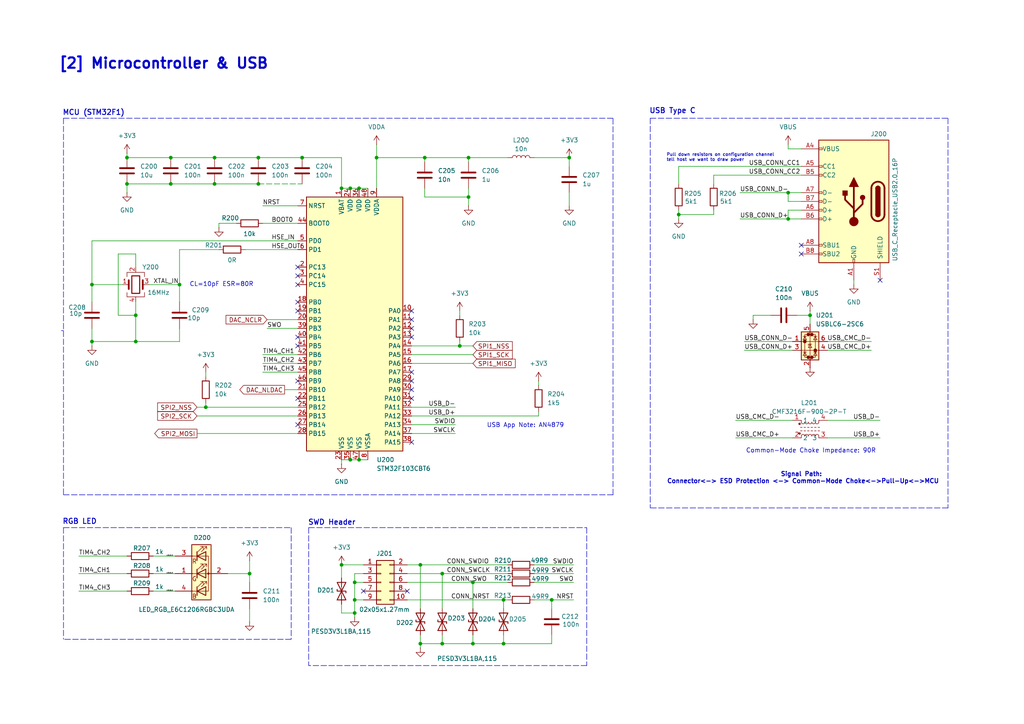
<source format=kicad_sch>
(kicad_sch (version 20231120) (generator "eeschema") (generator_version "8.0")
  (paper "A4")
  (title_block (title "Oscilloscope & Signal Generator") (rev "0.1") (company "Prohairesis"))
  (lib_symbols
    (symbol "Choke:CMF3216F-900-2P-T"
      (property "Reference" "L" (at 3.302 5.842 0))
      (property "Value" "CMF3216F-900-2P-T" (at 4.826 -5.334 0))
      (symbol "CMF3216F-900-2P-T_1_1"
        (pin passive line (at 0 2.54 0) (length 2.54) (name "1") (number "1"))
        (pin passive line (at 0 -2.54 0) (length 2.54) (name "2") (number "2"))
        (pin passive line (at 10.16 -2.54 180) (length 2.54) (name "3") (number "3"))
        (pin passive line (at 10.16 2.54 180) (length 2.54) (name "4") (number "4"))
      )
    )
    (symbol "Connector:USB_C_Receptacle_USB2.0_16P" (pin_names (offset 1.016))
      (property "Reference" "J" (at 0 22.225 0))
      (property "Value" "USB_C_Receptacle_USB2.0_16P" (at 0 19.685 0))
      (symbol "USB_C_Receptacle_USB2.0_16P_1_1"
        (pin passive line (at 0 -22.86 90) (length 5.08) (name "GND") (number "A1"))
        (pin passive line (at 0 -22.86 90) (length 5.08) hide (name "GND") (number "A12"))
        (pin passive line (at 15.24 15.24 180) (length 5.08) (name "VBUS") (number "A4"))
        (pin bidirectional line (at 15.24 10.16 180) (length 5.08) (name "CC1") (number "A5"))
        (pin bidirectional line (at 15.24 -2.54 180) (length 5.08) (name "D+") (number "A6"))
        (pin bidirectional line (at 15.24 2.54 180) (length 5.08) (name "D-") (number "A7"))
        (pin bidirectional line (at 15.24 -12.7 180) (length 5.08) (name "SBU1") (number "A8"))
        (pin passive line (at 15.24 15.24 180) (length 5.08) hide (name "VBUS") (number "A9"))
        (pin passive line (at 0 -22.86 90) (length 5.08) hide (name "GND") (number "B1"))
        (pin passive line (at 0 -22.86 90) (length 5.08) hide (name "GND") (number "B12"))
        (pin passive line (at 15.24 15.24 180) (length 5.08) hide (name "VBUS") (number "B4"))
        (pin bidirectional line (at 15.24 7.62 180) (length 5.08) (name "CC2") (number "B5"))
        (pin bidirectional line (at 15.24 -5.08 180) (length 5.08) (name "D+") (number "B6"))
        (pin bidirectional line (at 15.24 0 180) (length 5.08) (name "D-") (number "B7"))
        (pin bidirectional line (at 15.24 -15.24 180) (length 5.08) (name "SBU2") (number "B8"))
        (pin passive line (at 15.24 15.24 180) (length 5.08) hide (name "VBUS") (number "B9"))
        (pin passive line (at -7.62 -22.86 90) (length 5.08) (name "SHIELD") (number "S1"))
      )
    )
    (symbol "Connector_Generic:Conn_02x05_Odd_Even" (pin_names (offset 1.016) hide)
      (property "Reference" "J" (at 1.27 7.62 0))
      (property "Value" "Conn_02x05_Odd_Even" (at 1.27 -7.62 0))
      (symbol "Conn_02x05_Odd_Even_1_1"
        (pin passive line (at -5.08 5.08 0) (length 3.81) (name "Pin_1") (number "1"))
        (pin passive line (at 7.62 -5.08 180) (length 3.81) (name "Pin_10") (number "10"))
        (pin passive line (at 7.62 5.08 180) (length 3.81) (name "Pin_2") (number "2"))
        (pin passive line (at -5.08 2.54 0) (length 3.81) (name "Pin_3") (number "3"))
        (pin passive line (at 7.62 2.54 180) (length 3.81) (name "Pin_4") (number "4"))
        (pin passive line (at -5.08 0 0) (length 3.81) (name "Pin_5") (number "5"))
        (pin passive line (at 7.62 0 180) (length 3.81) (name "Pin_6") (number "6"))
        (pin passive line (at -5.08 -2.54 0) (length 3.81) (name "Pin_7") (number "7"))
        (pin passive line (at 7.62 -2.54 180) (length 3.81) (name "Pin_8") (number "8"))
        (pin passive line (at -5.08 -5.08 0) (length 3.81) (name "Pin_9") (number "9"))
      )
    )
    (symbol "Device:C" (pin_numbers hide) (pin_names (offset 0.254))
      (property "Reference" "C" (at 0.635 2.54 0))
      (property "Value" "C" (at 0.635 -2.54 0))
      (symbol "C_1_1"
        (pin passive line (at 0 3.81 270) (length 2.794) (name "~") (number "1"))
        (pin passive line (at 0 -3.81 90) (length 2.794) (name "~") (number "2"))
      )
    )
    (symbol "Device:Crystal_GND24" (pin_names (offset 1.016) hide)
      (property "Reference" "Y" (at 3.175 5.08 0))
      (property "Value" "Crystal_GND24" (at 3.175 3.175 0))
      (symbol "Crystal_GND24_1_1"
        (pin passive line (at -3.81 0 0) (length 1.27) (name "1") (number "1"))
        (pin passive line (at 0 5.08 270) (length 1.27) (name "2") (number "2"))
        (pin passive line (at 3.81 0 180) (length 1.27) (name "3") (number "3"))
        (pin passive line (at 0 -5.08 90) (length 1.27) (name "4") (number "4"))
      )
    )
    (symbol "Device:L" (pin_numbers hide) (pin_names (offset 1.016) hide)
      (property "Reference" "L" (at -1.27 0 90))
      (property "Value" "L" (at 1.905 0 90))
      (symbol "L_1_1"
        (pin passive line (at 0 3.81 270) (length 1.27) (name "1") (number "1"))
        (pin passive line (at 0 -3.81 90) (length 1.27) (name "2") (number "2"))
      )
    )
    (symbol "Device:R" (pin_numbers hide) (pin_names (offset 0))
      (property "Reference" "R" (at 2.032 0 90))
      (property "Value" "R" (at 0 0 90))
      (symbol "R_1_1"
        (pin passive line (at 0 3.81 270) (length 1.27) (name "~") (number "1"))
        (pin passive line (at 0 -3.81 90) (length 1.27) (name "~") (number "2"))
      )
    )
    (symbol "MCU_ST_STM32F1:STM32F103CBTx"
      (property "Reference" "U200" (at 7.62 -38.1 0))
      (property "Value" "STM32F103CBT6" (at 7.62 -40.64 0))
      (symbol "STM32F103CBTx_1_1"
        (pin power_in line (at -2.54 40.64 270) (length 2.54) (name "VBAT") (number "1"))
        (pin bidirectional line (at 17.78 5.08 180) (length 2.54) (name "PA0") (number "10"))
        (pin bidirectional line (at 17.78 2.54 180) (length 2.54) (name "PA1") (number "11"))
        (pin bidirectional line (at 17.78 0 180) (length 2.54) (name "PA2") (number "12"))
        (pin bidirectional line (at 17.78 -2.54 180) (length 2.54) (name "PA3") (number "13"))
        (pin bidirectional line (at 17.78 -5.08 180) (length 2.54) (name "PA4") (number "14"))
        (pin bidirectional line (at 17.78 -7.62 180) (length 2.54) (name "PA5") (number "15"))
        (pin bidirectional line (at 17.78 -10.16 180) (length 2.54) (name "PA6") (number "16"))
        (pin bidirectional line (at 17.78 -12.7 180) (length 2.54) (name "PA7") (number "17"))
        (pin bidirectional line (at -15.24 7.62 0) (length 2.54) (name "PB0") (number "18"))
        (pin bidirectional line (at -15.24 5.08 0) (length 2.54) (name "PB1") (number "19"))
        (pin bidirectional line (at -15.24 17.78 0) (length 2.54) (name "PC13") (number "2"))
        (pin bidirectional line (at -15.24 2.54 0) (length 2.54) (name "PB2") (number "20"))
        (pin bidirectional line (at -15.24 -17.78 0) (length 2.54) (name "PB10") (number "21"))
        (pin bidirectional line (at -15.24 -20.32 0) (length 2.54) (name "PB11") (number "22"))
        (pin power_in line (at -2.54 -38.1 90) (length 2.54) (name "VSS") (number "23"))
        (pin power_in line (at 0 40.64 270) (length 2.54) (name "VDD") (number "24"))
        (pin bidirectional line (at -15.24 -22.86 0) (length 2.54) (name "PB12") (number "25"))
        (pin bidirectional line (at -15.24 -25.4 0) (length 2.54) (name "PB13") (number "26"))
        (pin bidirectional line (at -15.24 -27.94 0) (length 2.54) (name "PB14") (number "27"))
        (pin bidirectional line (at -15.24 -30.48 0) (length 2.54) (name "PB15") (number "28"))
        (pin bidirectional line (at 17.78 -15.24 180) (length 2.54) (name "PA8") (number "29"))
        (pin bidirectional line (at -15.24 15.24 0) (length 2.54) (name "PC14") (number "3"))
        (pin bidirectional line (at 17.78 -17.78 180) (length 2.54) (name "PA9") (number "30"))
        (pin bidirectional line (at 17.78 -20.32 180) (length 2.54) (name "PA10") (number "31"))
        (pin bidirectional line (at 17.78 -22.86 180) (length 2.54) (name "PA11") (number "32"))
        (pin bidirectional line (at 17.78 -25.4 180) (length 2.54) (name "PA12") (number "33"))
        (pin bidirectional line (at 17.78 -27.94 180) (length 2.54) (name "PA13") (number "34"))
        (pin power_in line (at 0 -38.1 90) (length 2.54) (name "VSS") (number "35"))
        (pin power_in line (at 2.54 40.64 270) (length 2.54) (name "VDD") (number "36"))
        (pin bidirectional line (at 17.78 -30.48 180) (length 2.54) (name "PA14") (number "37"))
        (pin bidirectional line (at 17.78 -33.02 180) (length 2.54) (name "PA15") (number "38"))
        (pin bidirectional line (at -15.24 0 0) (length 2.54) (name "PB3") (number "39"))
        (pin bidirectional line (at -15.24 12.7 0) (length 2.54) (name "PC15") (number "4"))
        (pin bidirectional line (at -15.24 -2.54 0) (length 2.54) (name "PB4") (number "40"))
        (pin bidirectional line (at -15.24 -5.08 0) (length 2.54) (name "PB5") (number "41"))
        (pin bidirectional line (at -15.24 -7.62 0) (length 2.54) (name "PB6") (number "42"))
        (pin bidirectional line (at -15.24 -10.16 0) (length 2.54) (name "PB7") (number "43"))
        (pin input line (at -15.24 30.48 0) (length 2.54) (name "BOOT0") (number "44"))
        (pin bidirectional line (at -15.24 -12.7 0) (length 2.54) (name "PB8") (number "45"))
        (pin bidirectional line (at -15.24 -15.24 0) (length 2.54) (name "PB9") (number "46"))
        (pin power_in line (at 2.54 -38.1 90) (length 2.54) (name "VSS") (number "47"))
        (pin power_in line (at 5.08 40.64 270) (length 2.54) (name "VDD") (number "48"))
        (pin bidirectional line (at -15.24 25.4 0) (length 2.54) (name "PD0") (number "5"))
        (pin bidirectional line (at -15.24 22.86 0) (length 2.54) (name "PD1") (number "6"))
        (pin input line (at -15.24 35.56 0) (length 2.54) (name "NRST") (number "7"))
        (pin power_in line (at 5.08 -38.1 90) (length 2.54) (name "VSSA") (number "8"))
        (pin power_in line (at 7.62 40.64 270) (length 2.54) (name "VDDA") (number "9"))
      )
    )
    (symbol "Power_Protection:USBLC6-2SC6" (pin_names hide)
      (property "Reference" "U" (at 0.635 5.715 0))
      (property "Value" "USBLC6-2SC6" (at 0.635 3.81 0))
      (symbol "USBLC6-2SC6_1_1"
        (pin passive line (at -5.08 0 0) (length 2.54) (name "I/O1") (number "1"))
        (pin passive line (at 0 -7.62 90) (length 2.54) (name "GND") (number "2"))
        (pin passive line (at -5.08 -2.54 0) (length 2.54) (name "I/O2") (number "3"))
        (pin passive line (at 5.08 -2.54 180) (length 2.54) (name "I/O2") (number "4"))
        (pin passive line (at 0 5.08 270) (length 2.54) (name "VBUS") (number "5"))
        (pin passive line (at 5.08 0 180) (length 2.54) (name "I/O1") (number "6"))
      )
    )
    (symbol "SamacSys_Parts:LED_RGB_E6C1206RGBC3UDA"
      (property "Reference" "D" (at 5.08 10.668 0))
      (property "Value" "LED_RGB_E6C1206RGBC3UDA" (at -10.922 -8.636 0))
      (symbol "LED_RGB_E6C1206RGBC3UDA_0_0"
        (text "B" (at 5.588 -6.604 0) (effects (font (size 1.27 1.27))))
        (text "G" (at 5.588 -1.524 0) (effects (font (size 1.27 1.27))))
        (text "R" (at 5.588 3.556 0) (effects (font (size 1.27 1.27))))
      )
      (symbol "LED_RGB_E6C1206RGBC3UDA_1_1"
        (pin passive line (at 0 0 0) (length 5.08) (name "") (number "1"))
        (pin passive line (at 15.24 0 180) (length 5.08) (name "") (number "2"))
        (pin passive line (at 0 5.08 0) (length 5.08) (name "") (number "3"))
        (pin passive line (at 0 -5.08 0) (length 5.08) (name "") (number "4"))
      )
    )
    (symbol "SamacSys_Parts:PESD3V3L1BA,115" (pin_numbers hide) (pin_names hide)
      (property "Reference" "D" (at 2.794 2.032 0))
      (property "Value" "PESD3V3L1BA,115" (at -3.556 -3.556 0))
      (symbol "PESD3V3L1BA,115_1_1"
        (pin passive line (at 0 0 0) (length 2.54) (name "A1") (number "1"))
        (pin passive line (at 7.62 0 180) (length 2.54) (name "A2") (number "2"))
      )
    )
    (symbol "power:+3V3" (power) (pin_numbers hide) (pin_names (offset 0) hide)
      (property "Value" "+3V3" (at 0 3.556 0))
      (symbol "+3V3_1_1"
        (pin power_in line (at 0 0 90) (length 0) (name "~") (number "1"))
      )
    )
    (symbol "power:GND" (power) (pin_numbers hide) (pin_names (offset 0) hide)
      (property "Value" "GND" (at 0 -3.81 0))
      (symbol "GND_1_1"
        (pin power_in line (at 0 0 270) (length 0) (name "~") (number "1"))
      )
    )
    (symbol "power:VBUS" (power) (pin_numbers hide) (pin_names (offset 0) hide)
      (property "Value" "VBUS" (at 0 3.556 0))
      (symbol "VBUS_1_1"
        (pin power_in line (at 0 0 90) (length 0) (name "~") (number "1"))
      )
    )
    (symbol "power:VDDA" (power) (pin_numbers hide) (pin_names (offset 0) hide)
      (property "Value" "VDDA" (at 0 3.556 0))
      (symbol "VDDA_1_1"
        (pin power_in line (at 0 0 90) (length 0) (name "~") (number "1"))
      )
    )
  )
  (junction (at 135.89 57.15))
  (junction (at 39.37 91.44))
  (junction (at 49.53 53.34))
  (junction (at 101.6 133.35))
  (junction (at 228.6 63.5))
  (junction (at 137.16 168.91))
  (junction (at 123.19 45.72))
  (junction (at 104.14 133.35))
  (junction (at 104.14 54.61))
  (junction (at 109.22 45.72))
  (junction (at 234.95 91.44))
  (junction (at 36.83 53.34))
  (junction (at 87.63 45.72))
  (junction (at 196.85 62.23))
  (junction (at 62.23 53.34))
  (junction (at 26.67 99.06))
  (junction (at 102.87 177.8))
  (junction (at 121.92 163.83))
  (junction (at 128.27 186.69))
  (junction (at 52.07 82.55))
  (junction (at 128.27 166.37))
  (junction (at 59.69 118.11))
  (junction (at 146.05 173.99))
  (junction (at 99.06 54.61))
  (junction (at 101.6 54.61))
  (junction (at 137.16 186.69))
  (junction (at 49.53 45.72))
  (junction (at 146.05 186.69))
  (junction (at 99.06 163.83))
  (junction (at 121.92 186.69))
  (junction (at 228.6 55.88))
  (junction (at 39.37 99.06))
  (junction (at 102.87 173.99))
  (junction (at 165.1 45.72))
  (junction (at 74.93 45.72))
  (junction (at 135.89 45.72))
  (junction (at 102.87 168.91))
  (junction (at 133.35 100.33))
  (junction (at 72.39 166.37))
  (junction (at 62.23 45.72))
  (junction (at 36.83 45.72))
  (junction (at 26.67 82.55))
  (junction (at 74.93 53.34))
  (junction (at 160.02 173.99))
  (no_connect (at 86.36 110.49))
  (no_connect (at 86.36 82.55))
  (no_connect (at 119.38 97.79))
  (no_connect (at 232.41 73.66))
  (no_connect (at 86.36 97.79))
  (no_connect (at 86.36 100.33))
  (no_connect (at 119.38 107.95))
  (no_connect (at 232.41 71.12))
  (no_connect (at 119.38 90.17))
  (no_connect (at 118.11 171.45))
  (no_connect (at 86.36 80.01))
  (no_connect (at 255.27 81.28))
  (no_connect (at 119.38 95.25))
  (no_connect (at 119.38 110.49))
  (no_connect (at 86.36 123.19))
  (no_connect (at 86.36 77.47))
  (no_connect (at 86.36 115.57))
  (no_connect (at 119.38 92.71))
  (no_connect (at 119.38 128.27))
  (no_connect (at 86.36 87.63))
  (no_connect (at 119.38 113.03))
  (no_connect (at 86.36 90.17))
  (no_connect (at 119.38 115.57))
  (no_connect (at 105.41 171.45))
  (wire (pts (xy 160.02 184.15) (xy 160.02 186.69)))
  (wire (pts (xy 128.27 166.37) (xy 147.32 166.37)))
  (wire (pts (xy 74.93 45.72) (xy 87.63 45.72)))
  (wire (pts (xy 137.16 168.91) (xy 137.16 176.53)))
  (wire (pts (xy 26.67 99.06) (xy 26.67 100.33)))
  (wire (pts (xy 121.92 186.69) (xy 121.92 187.96)))
  (wire (pts (xy 156.21 119.38) (xy 156.21 120.65)))
  (wire (pts (xy 232.41 55.88) (xy 228.6 55.88)))
  (wire (pts (xy 121.92 184.15) (xy 121.92 186.69)))
  (polyline (pts (xy 89.535 153.035) (xy 170.18 153.035)) (stroke (width 0) (type dash)))
  (wire (pts (xy 223.52 91.44) (xy 218.44 91.44)))
  (wire (pts (xy 196.85 48.26) (xy 196.85 53.34)))
  (wire (pts (xy 207.01 60.96) (xy 207.01 62.23)))
  (wire (pts (xy 102.87 168.91) (xy 102.87 173.99)))
  (wire (pts (xy 43.18 82.55) (xy 52.07 82.55)))
  (wire (pts (xy 39.37 77.47) (xy 39.37 73.66)))
  (wire (pts (xy 52.07 95.25) (xy 52.07 99.06)))
  (wire (pts (xy 36.83 44.45) (xy 36.83 45.72)))
  (wire (pts (xy 87.63 45.72) (xy 99.06 45.72)))
  (wire (pts (xy 119.38 102.87) (xy 137.16 102.87)))
  (wire (pts (xy 74.93 53.34) (xy 87.63 53.34)) (stroke (width 0) (type dash)))
  (wire (pts (xy 102.87 177.8) (xy 99.06 177.8)))
  (polyline (pts (xy 18.415 153.035) (xy 18.415 185.42)) (stroke (width 0) (type dash)))
  (wire (pts (xy 137.16 184.15) (xy 137.16 186.69)))
  (wire (pts (xy 118.11 166.37) (xy 128.27 166.37)))
  (wire (pts (xy 128.27 166.37) (xy 128.27 176.53)))
  (wire (pts (xy 39.37 91.44) (xy 39.37 87.63)))
  (wire (pts (xy 231.14 91.44) (xy 234.95 91.44)))
  (wire (pts (xy 82.55 113.03) (xy 86.36 113.03)))
  (wire (pts (xy 101.6 54.61) (xy 104.14 54.61)))
  (wire (pts (xy 228.6 41.91) (xy 228.6 43.18)))
  (wire (pts (xy 119.38 123.19) (xy 132.08 123.19)))
  (wire (pts (xy 59.69 116.84) (xy 59.69 118.11)))
  (wire (pts (xy 72.39 162.56) (xy 72.39 166.37)))
  (wire (pts (xy 213.36 127) (xy 229.87 127)))
  (wire (pts (xy 128.27 184.15) (xy 128.27 186.69)))
  (wire (pts (xy 26.67 99.06) (xy 39.37 99.06)))
  (wire (pts (xy 99.06 177.8) (xy 99.06 175.26)))
  (wire (pts (xy 52.07 82.55) (xy 52.07 87.63)))
  (wire (pts (xy 57.15 120.65) (xy 86.36 120.65)))
  (wire (pts (xy 99.06 45.72) (xy 99.06 54.61)))
  (polyline (pts (xy 170.18 193.04) (xy 89.535 193.04)) (stroke (width 0) (type dash)))
  (polyline (pts (xy 188.595 34.29) (xy 188.595 147.32)) (stroke (width 0) (type dash)))
  (wire (pts (xy 146.05 173.99) (xy 147.32 173.99)))
  (wire (pts (xy 234.95 90.17) (xy 234.95 91.44)))
  (wire (pts (xy 57.15 118.11) (xy 59.69 118.11)))
  (wire (pts (xy 72.39 166.37) (xy 72.39 168.91)))
  (wire (pts (xy 146.05 186.69) (xy 160.02 186.69)))
  (wire (pts (xy 76.2 59.69) (xy 86.36 59.69)))
  (wire (pts (xy 109.22 45.72) (xy 109.22 54.61)))
  (wire (pts (xy 104.14 54.61) (xy 106.68 54.61)))
  (wire (pts (xy 232.41 43.18) (xy 228.6 43.18)))
  (wire (pts (xy 137.16 186.69) (xy 146.05 186.69)))
  (polyline (pts (xy 177.8 143.51) (xy 177.8 34.29)) (stroke (width 0) (type dash)))
  (wire (pts (xy 36.83 53.34) (xy 49.53 53.34)))
  (wire (pts (xy 99.06 134.62) (xy 99.06 133.35)))
  (wire (pts (xy 165.1 55.88) (xy 165.1 59.69)))
  (polyline (pts (xy 274.955 147.32) (xy 188.595 147.32)) (stroke (width 0) (type dash)))
  (wire (pts (xy 133.35 99.06) (xy 133.35 100.33)))
  (wire (pts (xy 119.38 125.73) (xy 132.08 125.73)))
  (wire (pts (xy 160.02 173.99) (xy 160.02 176.53)))
  (wire (pts (xy 123.19 57.15) (xy 135.89 57.15)))
  (wire (pts (xy 154.94 168.91) (xy 166.37 168.91)))
  (wire (pts (xy 121.92 163.83) (xy 147.32 163.83)))
  (wire (pts (xy 36.83 53.34) (xy 36.83 55.88)))
  (wire (pts (xy 99.06 54.61) (xy 101.6 54.61)))
  (wire (pts (xy 49.53 45.72) (xy 62.23 45.72)))
  (wire (pts (xy 22.86 171.45) (xy 36.83 171.45)))
  (wire (pts (xy 86.36 69.85) (xy 26.67 69.85)))
  (wire (pts (xy 39.37 91.44) (xy 39.37 99.06)))
  (wire (pts (xy 52.07 72.39) (xy 63.5 72.39)))
  (wire (pts (xy 154.94 166.37) (xy 166.37 166.37)))
  (wire (pts (xy 123.19 46.99) (xy 123.19 45.72)))
  (wire (pts (xy 123.19 45.72) (xy 135.89 45.72)))
  (wire (pts (xy 99.06 163.83) (xy 105.41 163.83)))
  (wire (pts (xy 76.2 102.87) (xy 86.36 102.87)))
  (wire (pts (xy 154.94 173.99) (xy 160.02 173.99)))
  (wire (pts (xy 135.89 45.72) (xy 147.32 45.72)))
  (wire (pts (xy 234.95 91.44) (xy 234.95 93.98)))
  (wire (pts (xy 240.03 101.6) (xy 252.73 101.6)))
  (wire (pts (xy 232.41 48.26) (xy 196.85 48.26)))
  (polyline (pts (xy 188.595 34.29) (xy 274.955 34.29)) (stroke (width 0) (type dash)))
  (wire (pts (xy 146.05 184.15) (xy 146.05 186.69)))
  (wire (pts (xy 26.67 82.55) (xy 35.56 82.55)))
  (wire (pts (xy 119.38 100.33) (xy 133.35 100.33)))
  (wire (pts (xy 76.2 64.77) (xy 86.36 64.77)))
  (wire (pts (xy 102.87 173.99) (xy 105.41 173.99)))
  (wire (pts (xy 109.22 41.91) (xy 109.22 45.72)))
  (wire (pts (xy 102.87 177.8) (xy 102.87 179.07)))
  (wire (pts (xy 22.86 161.29) (xy 36.83 161.29)))
  (wire (pts (xy 119.38 118.11) (xy 132.08 118.11)))
  (wire (pts (xy 76.2 107.95) (xy 86.36 107.95)))
  (wire (pts (xy 36.83 45.72) (xy 49.53 45.72)))
  (wire (pts (xy 214.63 63.5) (xy 228.6 63.5)))
  (wire (pts (xy 133.35 100.33) (xy 137.16 100.33)))
  (polyline (pts (xy 177.8 34.29) (xy 18.415 34.29)) (stroke (width 0) (type dash)))
  (wire (pts (xy 232.41 50.8) (xy 207.01 50.8)))
  (wire (pts (xy 59.69 107.95) (xy 59.69 109.22)))
  (wire (pts (xy 118.11 163.83) (xy 121.92 163.83)))
  (wire (pts (xy 133.35 90.17) (xy 133.35 91.44)))
  (wire (pts (xy 59.69 118.11) (xy 86.36 118.11)))
  (wire (pts (xy 44.45 171.45) (xy 50.8 171.45)))
  (wire (pts (xy 102.87 173.99) (xy 102.87 177.8)))
  (wire (pts (xy 102.87 168.91) (xy 105.41 168.91)))
  (polyline (pts (xy 18.415 34.29) (xy 18.415 143.51)) (stroke (width 0) (type dash)))
  (wire (pts (xy 128.27 186.69) (xy 137.16 186.69)))
  (wire (pts (xy 49.53 53.34) (xy 62.23 53.34)))
  (wire (pts (xy 240.03 99.06) (xy 252.73 99.06)))
  (wire (pts (xy 76.2 105.41) (xy 86.36 105.41)))
  (polyline (pts (xy 17.78 95.885) (xy 18.415 95.885)))
  (wire (pts (xy 240.03 127) (xy 255.27 127)))
  (polyline (pts (xy 18.415 143.51) (xy 177.8 143.51)) (stroke (width 0) (type dash)))
  (wire (pts (xy 146.05 173.99) (xy 146.05 176.53)))
  (wire (pts (xy 215.9 99.06) (xy 229.87 99.06)))
  (wire (pts (xy 34.29 73.66) (xy 34.29 91.44)))
  (wire (pts (xy 135.89 57.15) (xy 135.89 54.61)))
  (wire (pts (xy 39.37 73.66) (xy 34.29 73.66)))
  (wire (pts (xy 196.85 60.96) (xy 196.85 62.23)))
  (wire (pts (xy 135.89 45.72) (xy 135.89 46.99)))
  (wire (pts (xy 228.6 55.88) (xy 228.6 58.42)))
  (wire (pts (xy 232.41 60.96) (xy 228.6 60.96)))
  (wire (pts (xy 109.22 45.72) (xy 123.19 45.72)))
  (wire (pts (xy 121.92 186.69) (xy 128.27 186.69)))
  (wire (pts (xy 71.12 72.39) (xy 86.36 72.39)))
  (wire (pts (xy 62.23 53.34) (xy 74.93 53.34)))
  (wire (pts (xy 119.38 105.41) (xy 137.16 105.41)))
  (wire (pts (xy 44.45 166.37) (xy 50.8 166.37)))
  (wire (pts (xy 160.02 173.99) (xy 166.37 173.99)))
  (wire (pts (xy 72.39 176.53) (xy 72.39 180.34)))
  (wire (pts (xy 228.6 58.42) (xy 232.41 58.42)))
  (polyline (pts (xy 84.455 185.42) (xy 18.415 185.42)) (stroke (width 0) (type dash)))
  (wire (pts (xy 214.63 55.88) (xy 228.6 55.88)))
  (wire (pts (xy 121.92 163.83) (xy 121.92 176.53)))
  (wire (pts (xy 156.21 110.49) (xy 156.21 111.76)))
  (wire (pts (xy 101.6 133.35) (xy 104.14 133.35)))
  (wire (pts (xy 228.6 63.5) (xy 232.41 63.5)))
  (wire (pts (xy 118.11 173.99) (xy 146.05 173.99)))
  (polyline (pts (xy 18.415 153.035) (xy 84.455 153.035)) (stroke (width 0) (type dash)))
  (wire (pts (xy 34.29 91.44) (xy 39.37 91.44)))
  (wire (pts (xy 66.04 166.37) (xy 72.39 166.37)))
  (wire (pts (xy 62.23 45.72) (xy 74.93 45.72)))
  (wire (pts (xy 215.9 101.6) (xy 229.87 101.6)))
  (wire (pts (xy 135.89 57.15) (xy 135.89 59.69)))
  (wire (pts (xy 26.67 69.85) (xy 26.67 82.55)))
  (wire (pts (xy 26.67 82.55) (xy 26.67 87.63)))
  (wire (pts (xy 99.06 133.35) (xy 101.6 133.35)))
  (wire (pts (xy 213.36 121.92) (xy 229.87 121.92)))
  (polyline (pts (xy 84.455 153.035) (xy 84.455 185.42)) (stroke (width 0) (type dash)))
  (wire (pts (xy 52.07 82.55) (xy 52.07 72.39)))
  (wire (pts (xy 119.38 120.65) (xy 156.21 120.65)))
  (wire (pts (xy 123.19 54.61) (xy 123.19 57.15)))
  (wire (pts (xy 102.87 166.37) (xy 102.87 168.91)))
  (wire (pts (xy 102.87 166.37) (xy 105.41 166.37)))
  (wire (pts (xy 44.45 161.29) (xy 50.8 161.29)))
  (wire (pts (xy 118.11 168.91) (xy 137.16 168.91)))
  (polyline (pts (xy 89.535 153.035) (xy 89.535 193.04)) (stroke (width 0) (type dash)))
  (wire (pts (xy 154.94 45.72) (xy 165.1 45.72)))
  (polyline (pts (xy 170.18 153.035) (xy 170.18 193.04)) (stroke (width 0) (type dash)))
  (wire (pts (xy 137.16 168.91) (xy 147.32 168.91)))
  (wire (pts (xy 99.06 163.83) (xy 99.06 167.64)))
  (wire (pts (xy 196.85 62.23) (xy 196.85 63.5)))
  (wire (pts (xy 218.44 91.44) (xy 218.44 92.71)))
  (wire (pts (xy 247.65 81.28) (xy 247.65 82.55)))
  (wire (pts (xy 68.58 64.77) (xy 63.5 64.77)))
  (wire (pts (xy 22.86 166.37) (xy 36.83 166.37)))
  (wire (pts (xy 39.37 99.06) (xy 52.07 99.06)))
  (wire (pts (xy 63.5 64.77) (xy 63.5 66.04)))
  (wire (pts (xy 77.47 92.71) (xy 86.36 92.71)))
  (wire (pts (xy 26.67 95.25) (xy 26.67 99.06)))
  (wire (pts (xy 207.01 50.8) (xy 207.01 53.34)))
  (wire (pts (xy 154.94 163.83) (xy 166.37 163.83)))
  (polyline (pts (xy 274.955 34.29) (xy 274.955 147.32)) (stroke (width 0) (type dash)))
  (wire (pts (xy 240.03 121.92) (xy 255.27 121.92)))
  (wire (pts (xy 165.1 45.72) (xy 165.1 48.26)))
  (wire (pts (xy 104.14 133.35) (xy 106.68 133.35)))
  (wire (pts (xy 57.15 125.73) (xy 86.36 125.73)))
  (wire (pts (xy 228.6 60.96) (xy 228.6 63.5)))
  (wire (pts (xy 77.47 95.25) (xy 86.36 95.25)))
  (wire (pts (xy 196.85 62.23) (xy 207.01 62.23)))
  (text "USB Type C" (at 195.072 32.258 0) (effects (font (size 1.5 1.5) (thickness 0.254) (bold yes))))
  (text "USB App Note: AN4879" (at 152.4 123.444 0) (effects (font (size 1.27 1.27))))
  (text "[2] Microcontroller & USB" (at 47.498 18.542 0) (effects (font (size 3 3) (thickness 0.6) (bold yes))))
  (text "RGB LED" (at 23.114 151.384 0) (effects (font (size 1.5 1.5) (thickness 0.254) (bold yes))))
  (text "Signal Path: \nConnector<-> ESD Protection <-> Common-Mode Choke<->Pull-Up<->MCU" (at 232.918 138.684 0) (effects (font (size 1.27 1.27) (thickness 0.254) (bold yes))))
  (text "CL=10pF ESR=80R" (at 64.262 82.55 0) (effects (font (size 1.27 1.27))))
  (text "MCU (STM32F1)" (at 27.178 32.766 0) (effects (font (size 1.5 1.5) (thickness 0.254) (bold yes))))
  (text "Pull down resistors on configuration channel \ntell host we want to draw power" (at 193.294 45.72 0) (effects (font (size 0.9 0.9)) (justify left)))
  (text "Common-Mode Choke Impedance: 90R" (at 235.204 130.81 0) (effects (font (size 1.27 1.27))))
  (text "SWD Header" (at 96.266 151.638 0) (effects (font (size 1.5 1.5) (thickness 0.254) (bold yes))))
  (label "LED_R_K" (at 48.26 161.29 0) (effects (font (size 0.3 0.3))))
  (label "NRST" (at 166.37 173.99 180))
  (label "CONN_SWDIO" (at 129.54 163.83 0))
  (label "USB_D-" (at 255.27 121.92 180))
  (label "USB_CMC_D-" (at 213.36 121.92 0))
  (label "SWDIO" (at 132.08 123.19 180))
  (label "USB_CONN_D-" (at 215.9 99.06 0))
  (label "SWDIO" (at 166.37 163.83 180))
  (label "HSE_IN" (at 78.74 69.85 0))
  (label "BOOT0" (at 78.74 64.77 0))
  (label "USB_CONN_CC1" (at 217.17 48.26 0))
  (label "USB_CONN_D+" (at 214.63 63.5 0))
  (label "USB_D-" (at 132.08 118.11 180))
  (label "USB_CONN_CC2" (at 217.17 50.8 0))
  (label "TIM4_CH1" (at 22.86 166.37 0))
  (label "USB_CMC_D+" (at 213.36 127 0))
  (label "CONN_NRST" (at 130.81 173.99 0))
  (label "LED_B_K" (at 48.26 171.45 0) (effects (font (size 0.3 0.3))))
  (label "TIM4_CH3" (at 76.2 107.95 0))
  (label "USB_D+" (at 132.08 120.65 180))
  (label "SWCLK" (at 166.37 166.37 180))
  (label "TIM4_CH2" (at 22.86 161.29 0))
  (label "CONN_SWO" (at 130.81 168.91 0))
  (label "USB_CMC_D-" (at 252.73 99.06 180))
  (label "XTAL_IN" (at 44.45 82.55 0))
  (label "LED_G_K" (at 48.26 166.37 0) (effects (font (size 0.3 0.3))))
  (label "USB_D+" (at 255.27 127 180))
  (label "NRST" (at 76.2 59.69 0))
  (label "USB_CONN_D+" (at 215.9 101.6 0))
  (label "TIM4_CH1" (at 76.2 102.87 0))
  (label "SWO" (at 166.37 168.91 180))
  (label "HSE_OUT" (at 78.74 72.39 0))
  (label "TIM4_CH2" (at 76.2 105.41 0))
  (label "CONN_SWCLK" (at 129.54 166.37 0))
  (label "SWCLK" (at 132.08 125.73 180))
  (label "TIM4_CH3" (at 22.86 171.45 0))
  (label "USB_CMC_D+" (at 252.73 101.6 180))
  (label "SWO" (at 77.47 95.25 0))
  (label "USB_CONN_D-" (at 214.63 55.88 0))
  (global_label "SPI2_SCK" (shape input) (at 57.15 120.65 180) (property "Intersheetrefs" "${INTERSHEET_REFS}" (effects (hide yes))))
  (global_label "SPI1_SCK" (shape input) (at 137.16 102.87 0) (property "Intersheetrefs" "${INTERSHEET_REFS}" (effects (hide yes))))
  (global_label "SPI1_MISO" (shape input) (at 137.16 105.41 0) (property "Intersheetrefs" "${INTERSHEET_REFS}" (effects (hide yes))))
  (global_label "SPI1_NSS" (shape input) (at 137.16 100.33 0) (property "Intersheetrefs" "${INTERSHEET_REFS}" (effects (hide yes))))
  (global_label "SPI2_MOSI" (shape output) (at 57.15 125.73 180) (property "Intersheetrefs" "${INTERSHEET_REFS}" (effects (hide yes))))
  (global_label "DAC_NLDAC" (shape output) (at 82.55 113.03 180) (property "Intersheetrefs" "${INTERSHEET_REFS}" (effects (hide yes))))
  (global_label "DAC_NCLR" (shape input) (at 77.47 92.71 180) (property "Intersheetrefs" "${INTERSHEET_REFS}" (effects (hide yes))))
  (global_label "SPI2_NSS" (shape input) (at 57.15 118.11 180) (property "Intersheetrefs" "${INTERSHEET_REFS}" (effects (hide yes))))
  (symbol (lib_id "Choke:CMF3216F-900-2P-T") (at 229.87 124.46 0) (unit 1)
    (property "Reference" "L201" (at 234.696 116.84 0))
    (property "Value" "CMF3216F-900-2P-T" (at 234.696 119.38 0))
    (property "Footprint" "PhilsLab_Footprints_KiCad6:CMC-1206" (effects (hide yes)))
    (property "Manufacturer_Name" "HYHONGYEX" (effects (hide yes)))
    (property "Manufacturer_Part_Number" "  CMF3216F-900-2P-T" (effects (hide yes)))
    (property "LCSC Part Number" " C963740" (effects (hide yes)))
  )
  (symbol (lib_id "power:VBUS") (at 234.95 90.17 0) (unit 1)
    (property "Reference" "#PWR0215" (effects (hide yes)))
    (property "Value" "VBUS" (at 234.95 85.09 0))
    (property "Description" "Power symbol creates a global label with name \"VBUS\"" (effects (hide yes)))
  )
  (symbol (lib_id "power:+3V3") (at 156.21 110.49 0) (unit 1)
    (property "Reference" "#PWR0211" (effects (hide yes)))
    (property "Value" "+3V3" (at 156.21 105.41 0))
    (property "Description" "Power symbol creates a global label with name \"+3V3\"" (effects (hide yes)))
  )
  (symbol (lib_id "Device:Crystal_GND24") (at 39.37 82.55 0) (unit 1)
    (property "Reference" "Y200" (at 43.688 77.47 0))
    (property "Value" "16MHz" (at 45.974 84.836 0))
    (property "Footprint" "Crystal:Crystal_SMD_3225-4Pin_3.2x2.5mm" (effects (hide yes)))
    (property "Description" "Four pin crystal, GND on pins 2 and 4" (effects (hide yes)))
    (property "Manufacturer_Name" "Huiyuan crystal" (effects (hide yes)))
    (property "Manufacturer_Part_Number" "HY16MSMD3225DB1R30" (effects (hide yes)))
    (property "LCSC Part Number" "SMD3225-4P" (effects (hide yes)))
  )
  (symbol (lib_id "MCU_ST_STM32F1:STM32F103CBTx") (at 101.6 95.25 0) (unit 1)
    (property "Reference" "U200" (at 109.22 133.35 0) (effects (justify left)))
    (property "Value" "STM32F103CBT6" (at 109.22 135.89 0) (effects (justify left)))
    (property "Footprint" "Package_QFP:LQFP-48_7x7mm_P0.5mm" (effects (hide yes)))
    (property "Datasheet" "https://www.st.com/resource/en/datasheet/stm32f103cb.pdf" (effects (hide yes)))
    (property "Description" "STMicroelectronics Arm Cortex-M3 MCU, 128KB flash, 20KB RAM, 72 MHz, 2.0-3.6V, 37 GPIO, LQFP48" (effects (hide yes)))
    (property "Manufacturer_Name" "STMicroelectronics" (effects (hide yes)))
    (property "Manufacturer_Part_Number" "STM32F103CBT6" (effects (hide yes)))
    (property "LCSC Part Number" "C8304" (effects (hide yes)))
  )
  (symbol (lib_id "power:+3V3") (at 165.1 45.72 0) (unit 1)
    (property "Reference" "#PWR0203" (effects (hide yes)))
    (property "Value" "+3V3" (at 165.1 40.64 0))
    (property "Description" "Power symbol creates a global label with name \"+3V3\"" (effects (hide yes)))
  )
  (symbol (lib_id "Device:L") (at 151.13 45.72 90) (unit 1)
    (property "Reference" "L200" (at 151.13 40.64 90))
    (property "Value" "10n" (at 151.13 43.18 90))
    (property "Footprint" "Inductor_SMD:L_0402_1005Metric" (effects (hide yes)))
    (property "Description" "Inductor" (effects (hide yes)))
    (property "Manufacturer_Name" "Murata Electronics" (effects (hide yes)))
    (property "Manufacturer_Part_Number" "LQG15HS10NJ02D" (effects (hide yes)))
    (property "LCSC Part Number" " C77103" (effects (hide yes)))
  )
  (symbol (lib_id "Device:C") (at 160.02 180.34 0) (mirror x) (unit 1)
    (property "Reference" "C212" (at 165.354 178.816 0))
    (property "Value" "100n" (at 165.608 181.102 0))
    (property "Footprint" "Capacitor_SMD:C_0402_1005Metric" (effects (hide yes)))
    (property "Description" "Unpolarized capacitor" (effects (hide yes)))
    (property "Manufacturer_Name" "Samsung Electro-Mechanics" (effects (hide yes)))
    (property "Manufacturer_Part_Number" "CL05B104KO5NNNC" (effects (hide yes)))
    (property "LCSC Part Number" "C1525" (effects (hide yes)))
  )
  (symbol (lib_id "power:GND") (at 247.65 82.55 0) (unit 1)
    (property "Reference" "#PWR0213" (effects (hide yes)))
    (property "Value" "GND" (at 247.65 87.63 0))
    (property "Description" "Power symbol creates a global label with name \"GND\" , ground" (effects (hide yes)))
  )
  (symbol (lib_id "Connector:USB_C_Receptacle_USB2.0_16P") (at 247.65 58.42 0) (mirror y) (unit 1)
    (property "Reference" "J200" (at 252.476 38.862 0) (effects (justify right)))
    (property "Value" "USB_C_Receptacle_USB2.0_16P" (at 259.588 45.72 90) (effects (justify right)))
    (property "Footprint" "Connector_USB:USB_C_Receptacle_HRO_TYPE-C-31-M-12" (effects (hide yes)))
    (property "Datasheet" "https://www.usb.org/sites/default/files/documents/usb_type-c.zip" (effects (hide yes)))
    (property "Description" "USB 2.0-only 16P Type-C Receptacle connector" (effects (hide yes)))
    (property "Manufacturer_Name" " XUNPU  " (effects (hide yes)))
    (property "Manufacturer_Part_Number" "TYPEC-304A-ACP16G" (effects (hide yes)))
    (property "LCSC Part Number" " C2909608" (effects (hide yes)))
  )
  (symbol (lib_id "Device:C") (at 72.39 172.72 0) (unit 1)
    (property "Reference" "C211" (at 76.2 171.4499 0) (effects (justify left)))
    (property "Value" "100n" (at 76.2 173.9899 0) (effects (justify left)))
    (property "Footprint" "Capacitor_SMD:C_0402_1005Metric" (effects (hide yes)))
    (property "Description" "Unpolarized capacitor" (effects (hide yes)))
    (property "Manufacturer_Name" "Samsung Electro-Mechanics" (effects (hide yes)))
    (property "Manufacturer_Part_Number" "CL05B104KO5NNNC" (effects (hide yes)))
    (property "LCSC Part Number" "C1525" (effects (hide yes)))
  )
  (symbol (lib_id "power:GND") (at 218.44 92.71 0) (unit 1)
    (property "Reference" "#PWR0216" (effects (hide yes)))
    (property "Value" "GND" (effects (hide yes)))
    (property "Description" "Power symbol creates a global label with name \"GND\" , ground" (effects (hide yes)))
  )
  (symbol (lib_id "Device:R") (at 156.21 115.57 0) (unit 1)
    (property "Reference" "R204" (at 158.75 114.2999 0) (effects (justify left)))
    (property "Value" "1k5" (at 158.75 116.8399 0) (effects (justify left)))
    (property "Footprint" "Resistor_SMD:R_0402_1005Metric" (effects (hide yes)))
    (property "Description" "Resistor" (effects (hide yes)))
    (property "Manufacturer_Name" " Viking Tech" (effects (hide yes)))
    (property "Manufacturer_Part_Number" "AS02FTE1501" (effects (hide yes)))
    (property "LCSC Part Number" " C409724" (effects (hide yes)))
  )
  (symbol (lib_id "Device:R") (at 40.64 171.45 90) (unit 1)
    (property "Reference" "R209" (at 41.148 169.164 90))
    (property "Value" "1k" (at 46.228 170.18 90))
    (property "Footprint" "Resistor_SMD:R_0402_1005Metric" (effects (hide yes)))
    (property "Description" "Resistor" (effects (hide yes)))
    (property "Manufacturer_Name" "YAGEO" (effects (hide yes)))
    (property "Manufacturer_Part_Number" "RC0402FR-071KL" (effects (hide yes)))
    (property "LCSC Part Number" "C106235" (effects (hide yes)))
  )
  (symbol (lib_id "Device:C") (at 49.53 49.53 0) (unit 1)
    (property "Reference" "C201" (at 53.34 48.2599 0) (effects (justify left)))
    (property "Value" "100n" (at 53.34 50.7999 0) (effects (justify left)))
    (property "Footprint" "Capacitor_SMD:C_0402_1005Metric" (effects (hide yes)))
    (property "Description" "Unpolarized capacitor" (effects (hide yes)))
    (property "Manufacturer_Name" "Samsung Electro-Mechanics" (effects (hide yes)))
    (property "Manufacturer_Part_Number" "CL05B104KO5NNNC" (effects (hide yes)))
    (property "LCSC Part Number" "C1525" (effects (hide yes)))
  )
  (symbol (lib_id "Device:R") (at 151.13 173.99 90) (unit 1)
    (property "Reference" "R213" (at 145.796 172.72 90))
    (property "Value" "49R9" (at 156.718 172.974 90))
    (property "Footprint" "Resistor_SMD:R_0402_1005Metric" (effects (hide yes)))
    (property "Description" "Resistor" (effects (hide yes)))
    (property "Manufacturer_Name" " YAGEO" (effects (hide yes)))
    (property "Manufacturer_Part_Number" "RC0402FR-0749R9L" (effects (hide yes)))
    (property "LCSC Part Number" "C87044" (effects (hide yes)))
  )
  (symbol (lib_id "Power_Protection:USBLC6-2SC6") (at 234.95 99.06 0) (unit 1)
    (property "Reference" "U201" (at 236.6011 91.44 0) (effects (justify left)))
    (property "Value" "USBLC6-2SC6" (at 236.6011 93.98 0) (effects (justify left)))
    (property "Footprint" "Package_TO_SOT_SMD:SOT-23-6" (effects (hide yes)))
    (property "Datasheet" "https://www.st.com/resource/en/datasheet/usblc6-2.pdf" (effects (hide yes)))
    (property "Description" "Very low capacitance ESD protection diode, 2 data-line, SOT-23-6" (effects (hide yes)))
    (property "Manufacturer_Name" "STMicroelectronics" (effects (hide yes)))
    (property "Manufacturer_Part_Number" "USBLC6-2SC6" (effects (hide yes)))
    (property "LCSC Part Number" " C7519" (effects (hide yes)))
  )
  (symbol (lib_id "Device:R") (at 40.64 166.37 90) (unit 1)
    (property "Reference" "R208" (at 41.148 164.084 90))
    (property "Value" "1k" (at 46.228 165.1 90))
    (property "Footprint" "Resistor_SMD:R_0402_1005Metric" (effects (hide yes)))
    (property "Description" "Resistor" (effects (hide yes)))
    (property "Manufacturer_Name" "YAGEO" (effects (hide yes)))
    (property "Manufacturer_Part_Number" "RC0402FR-071KL" (effects (hide yes)))
    (property "LCSC Part Number" "C106235" (effects (hide yes)))
  )
  (symbol (lib_id "power:GND") (at 72.39 180.34 0) (unit 1)
    (property "Reference" "#PWR0220" (effects (hide yes)))
    (property "Value" "GND" (effects (hide yes)))
    (property "Description" "Power symbol creates a global label with name \"GND\" , ground" (effects (hide yes)))
  )
  (symbol (lib_id "Device:R") (at 133.35 95.25 0) (unit 1)
    (property "Reference" "R203" (at 135.89 93.9799 0) (effects (justify left)))
    (property "Value" "10k" (at 135.89 96.5199 0) (effects (justify left)))
    (property "Footprint" "Resistor_SMD:R_0402_1005Metric" (effects (hide yes)))
    (property "Description" "Resistor" (effects (hide yes)))
    (property "Manufacturer_Name" "YAGEO" (effects (hide yes)))
    (property "Manufacturer_Part_Number" "RC0402FR-0710KL" (effects (hide yes)))
    (property "LCSC Part Number" "C60490" (effects (hide yes)))
  )
  (symbol (lib_id "power:GND") (at 234.95 106.68 0) (unit 1)
    (property "Reference" "#PWR0217" (effects (hide yes)))
    (property "Value" "GND" (effects (hide yes)))
    (property "Description" "Power symbol creates a global label with name \"GND\" , ground" (effects (hide yes)))
  )
  (symbol (lib_id "Device:R") (at 72.39 64.77 90) (unit 1)
    (property "Reference" "R200" (at 66.802 63.246 90))
    (property "Value" "10k" (at 72.39 67.818 90))
    (property "Footprint" "Resistor_SMD:R_0402_1005Metric" (effects (hide yes)))
    (property "Description" "Resistor" (effects (hide yes)))
    (property "Manufacturer_Name" "YAGEO" (effects (hide yes)))
    (property "Manufacturer_Part_Number" "RC0402FR-0710KL" (effects (hide yes)))
    (property "LCSC Part Number" "C60490" (effects (hide yes)))
  )
  (symbol (lib_id "Device:R") (at 151.13 168.91 90) (unit 1)
    (property "Reference" "R212" (at 145.796 167.64 90))
    (property "Value" "49R9" (at 156.718 167.894 90))
    (property "Footprint" "Resistor_SMD:R_0402_1005Metric" (effects (hide yes)))
    (property "Description" "Resistor" (effects (hide yes)))
    (property "Manufacturer_Name" " YAGEO" (effects (hide yes)))
    (property "Manufacturer_Part_Number" "RC0402FR-0749R9L" (effects (hide yes)))
    (property "LCSC Part Number" "C87044" (effects (hide yes)))
  )
  (symbol (lib_id "Device:R") (at 207.01 57.15 0) (unit 1)
    (property "Reference" "R206" (at 208.534 56.134 0) (effects (justify left)))
    (property "Value" "5k1" (at 208.788 58.42 0) (effects (justify left)))
    (property "Footprint" "Resistor_SMD:R_0402_1005Metric" (effects (hide yes)))
    (property "Description" "Resistor" (effects (hide yes)))
    (property "Manufacturer_Name" " Viking Tech" (effects (hide yes)))
    (property "Manufacturer_Part_Number" "CR-02FL6---5K1" (effects (hide yes)))
    (property "LCSC Part Number" " C409700" (effects (hide yes)))
  )
  (symbol (lib_id "Device:R") (at 196.85 57.15 0) (unit 1)
    (property "Reference" "R205" (at 198.374 56.134 0) (effects (justify left)))
    (property "Value" "5k1" (at 198.628 58.42 0) (effects (justify left)))
    (property "Footprint" "Resistor_SMD:R_0402_1005Metric" (effects (hide yes)))
    (property "Description" "Resistor" (effects (hide yes)))
    (property "Manufacturer_Name" " Viking Tech" (effects (hide yes)))
    (property "Manufacturer_Part_Number" "CR-02FL6---5K1" (effects (hide yes)))
    (property "LCSC Part Number" " C409700" (effects (hide yes)))
  )
  (symbol (lib_id "Device:C") (at 36.83 49.53 0) (unit 1)
    (property "Reference" "C200" (at 40.64 48.2599 0) (effects (justify left)))
    (property "Value" "10u" (at 40.64 50.7999 0) (effects (justify left)))
    (property "Footprint" "Capacitor_SMD:C_0603_1608Metric" (effects (hide yes)))
    (property "Description" "Unpolarized capacitor" (effects (hide yes)))
    (property "Manufacturer_Name" "Samsung Electro-Mechanics" (effects (hide yes)))
    (property "Manufacturer_Part_Number" "CL10A106MQ8NNNC" (effects (hide yes)))
    (property "LCSC Part Number" " C1691" (effects (hide yes)))
  )
  (symbol (lib_id "SamacSys_Parts:PESD3V3L1BA,115") (at 137.16 184.15 90) (unit 1)
    (property "Reference" "D204" (at 138.684 179.578 90) (effects (justify right)))
    (property "Value" "PESD3V3L1BA,115" (effects (hide yes)))
    (property "Footprint" "SOD2512X110N" (effects (hide yes)))
    (property "Datasheet" "https://assets.nexperia.com/documents/data-sheet/PESDXL1BA_SER.pdf" (effects (hide yes)))
    (property "Description" "PESD3V3L1BA - Low capacitance bidirectional ESD protection diode in SOD323" (effects (hide yes)))
    (property "Height" "1.1" (effects (hide yes)))
    (property "Manufacturer_Name" "Nexperia" (effects (hide yes)))
    (property "Manufacturer_Part_Number" "PESD3V3L1BA,115" (effects (hide yes)))
    (property "Mouser Price/Stock" "https://www.mouser.co.uk/ProductDetail/Nexperia/PESD3V3L1BA115?qs=LOCUfHb8d9tfcQwAsqvzKg%3D%3D" (effects (hide yes)))
    (property "Arrow Part Number" "PESD3V3L1BA,115" (effects (hide yes)))
    (property "Arrow Price/Stock" "https://www.arrow.com/en/products/pesd3v3l1ba115/nexperia?region=nac" (effects (hide yes)))
    (property "LCSC Part Number" "C51450" (effects (hide yes)))
  )
  (symbol (lib_id "Device:R") (at 67.31 72.39 90) (unit 1)
    (property "Reference" "R201" (at 61.976 71.12 90))
    (property "Value" "0R" (at 67.31 75.438 90))
    (property "Footprint" "Resistor_SMD:R_0402_1005Metric" (effects (hide yes)))
    (property "Description" "Resistor" (effects (hide yes)))
    (property "Manufacturer_Name" "YAGEO" (effects (hide yes)))
    (property "Manufacturer_Part_Number" "RC0402FR-070RL" (effects (hide yes)))
    (property "LCSC Part Number" "C106231" (effects (hide yes)))
  )
  (symbol (lib_id "power:GND") (at 99.06 134.62 0) (unit 1)
    (property "Reference" "#PWR0206" (effects (hide yes)))
    (property "Value" "GND" (at 99.06 139.7 0))
    (property "Description" "Power symbol creates a global label with name \"GND\" , ground" (effects (hide yes)))
  )
  (symbol (lib_id "Device:C") (at 135.89 50.8 0) (unit 1)
    (property "Reference" "C206" (at 139.7 49.5299 0) (effects (justify left)))
    (property "Value" "1u" (at 139.7 52.0699 0) (effects (justify left)))
    (property "Footprint" "Capacitor_SMD:C_0603_1608Metric" (effects (hide yes)))
    (property "Description" "Unpolarized capacitor" (effects (hide yes)))
    (property "Manufacturer_Name" "Samsung Electro-Mechanics" (effects (hide yes)))
    (property "Manufacturer_Part_Number" "CL10A105KO8NNNC" (effects (hide yes)))
    (property "LCSC Part Number" " C1592" (effects (hide yes)))
  )
  (symbol (lib_id "SamacSys_Parts:LED_RGB_E6C1206RGBC3UDA") (at 50.8 166.37 0) (unit 1)
    (property "Reference" "D200" (at 58.674 155.956 0))
    (property "Value" "LED_RGB_E6C1206RGBC3UDA" (at 54.102 176.784 0))
    (property "Footprint" "E6C1206RGBC3UDA" (effects (hide yes)))
    (property "Datasheet" "https://datasheet.lcsc.com/szlcsc/1912111437_EKINGLUX-E6C1206RGBC3UDA_C375571.pdf" (effects (hide yes)))
    (property "Description" "E6C1206RGBC3UDA" (effects (hide yes)))
    (property "Height" "1.1" (effects (hide yes)))
    (property "Manufacturer_Name" "EKINGLUX" (effects (hide yes)))
    (property "Manufacturer_Part_Number" "E6C1206RGBC3UDA" (effects (hide yes)))
    (property "LCSC Part Number" " C375571" (effects (hide yes)))
  )
  (symbol (lib_id "Device:C") (at 74.93 49.53 0) (unit 1)
    (property "Reference" "C203" (at 78.74 48.2599 0) (effects (justify left)))
    (property "Value" "100n" (at 78.74 50.7999 0) (effects (justify left)))
    (property "Footprint" "Capacitor_SMD:C_0402_1005Metric" (effects (hide yes)))
    (property "Description" "Unpolarized capacitor" (effects (hide yes)))
    (property "Manufacturer_Name" "Samsung Electro-Mechanics" (effects (hide yes)))
    (property "Manufacturer_Part_Number" "CL05B104KO5NNNC" (effects (hide yes)))
    (property "LCSC Part Number" "C1525" (effects (hide yes)))
  )
  (symbol (lib_id "Device:C") (at 52.07 91.44 0) (mirror y) (unit 1)
    (property "Reference" "C209" (at 60.706 89.916 0) (effects (justify left)))
    (property "Value" "10p" (at 58.166 92.202 0) (effects (justify left)))
    (property "Footprint" "Capacitor_SMD:C_0402_1005Metric" (effects (hide yes)))
    (property "Description" "Unpolarized capacitor" (effects (hide yes)))
    (property "Manufacturer_Name" " Samsung Electro-Mechanics" (effects (hide yes)))
    (property "Manufacturer_Part_Number" "CL05C100JB5NNNC" (effects (hide yes)))
    (property "LCSC Part Number" " C32949" (effects (hide yes)))
  )
  (symbol (lib_id "Device:C") (at 123.19 50.8 0) (unit 1)
    (property "Reference" "C205" (at 127 49.5299 0) (effects (justify left)))
    (property "Value" "10n" (at 127 52.0699 0) (effects (justify left)))
    (property "Footprint" "Capacitor_SMD:C_0402_1005Metric" (effects (hide yes)))
    (property "Description" "Unpolarized capacitor" (effects (hide yes)))
    (property "Manufacturer_Name" "Samsung Electro-Mechanics" (effects (hide yes)))
    (property "Manufacturer_Part_Number" "  CL05B103KB5NNNC" (effects (hide yes)))
    (property "LCSC Part Number" " C15195" (effects (hide yes)))
  )
  (symbol (lib_id "power:VBUS") (at 228.6 41.91 0) (unit 1)
    (property "Reference" "#PWR0212" (effects (hide yes)))
    (property "Value" "VBUS" (at 228.6 36.83 0))
    (property "Description" "Power symbol creates a global label with name \"VBUS\"" (effects (hide yes)))
  )
  (symbol (lib_id "power:GND") (at 63.5 66.04 0) (unit 1)
    (property "Reference" "#PWR0207" (effects (hide yes)))
    (property "Value" "GND" (effects (hide yes)))
    (property "Description" "Power symbol creates a global label with name \"GND\" , ground" (effects (hide yes)))
  )
  (symbol (lib_id "power:GND") (at 121.92 187.96 0) (unit 1)
    (property "Reference" "#PWR0222" (effects (hide yes)))
    (property "Value" "GND" (effects (hide yes)))
    (property "Description" "Power symbol creates a global label with name \"GND\" , ground" (effects (hide yes)))
  )
  (symbol (lib_id "power:+3V3") (at 133.35 90.17 0) (unit 1)
    (property "Reference" "#PWR0210" (effects (hide yes)))
    (property "Value" "+3V3" (at 133.35 85.09 0))
    (property "Description" "Power symbol creates a global label with name \"+3V3\"" (effects (hide yes)))
  )
  (symbol (lib_id "power:GND") (at 102.87 179.07 0) (unit 1)
    (property "Reference" "#PWR0219" (effects (hide yes)))
    (property "Value" "GND" (effects (hide yes)))
    (property "Description" "Power symbol creates a global label with name \"GND\" , ground" (effects (hide yes)))
  )
  (symbol (lib_id "Device:R") (at 40.64 161.29 90) (unit 1)
    (property "Reference" "R207" (at 41.148 159.004 90))
    (property "Value" "1k" (at 46.228 160.02 90))
    (property "Footprint" "Resistor_SMD:R_0402_1005Metric" (effects (hide yes)))
    (property "Description" "Resistor" (effects (hide yes)))
    (property "Manufacturer_Name" "YAGEO" (effects (hide yes)))
    (property "Manufacturer_Part_Number" "RC0402FR-071KL" (effects (hide yes)))
    (property "LCSC Part Number" "C106235" (effects (hide yes)))
  )
  (symbol (lib_id "power:GND") (at 196.85 63.5 0) (unit 1)
    (property "Reference" "#PWR0214" (effects (hide yes)))
    (property "Value" "GND" (at 196.85 68.58 0))
    (property "Description" "Power symbol creates a global label with name \"GND\" , ground" (effects (hide yes)))
  )
  (symbol (lib_id "Device:C") (at 26.67 91.44 0) (unit 1)
    (property "Reference" "C208" (at 19.812 89.154 0) (effects (justify left)))
    (property "Value" "10p" (at 20.066 90.932 0) (effects (justify left)))
    (property "Footprint" "Capacitor_SMD:C_0402_1005Metric" (effects (hide yes)))
    (property "Description" "Unpolarized capacitor" (effects (hide yes)))
    (property "Manufacturer_Name" " Samsung Electro-Mechanics" (effects (hide yes)))
    (property "Manufacturer_Part_Number" "CL05C100JB5NNNC" (effects (hide yes)))
    (property "LCSC Part Number" " C32949" (effects (hide yes)))
  )
  (symbol (lib_id "SamacSys_Parts:PESD3V3L1BA,115") (at 99.06 175.26 90) (unit 1)
    (property "Reference" "D201" (at 91.948 171.196 90) (effects (justify right)))
    (property "Value" "PESD3V3L1BA,115" (at 90.17 183.134 90) (effects (justify right)))
    (property "Footprint" "SOD2512X110N" (effects (hide yes)))
    (property "Datasheet" "https://assets.nexperia.com/documents/data-sheet/PESDXL1BA_SER.pdf" (effects (hide yes)))
    (property "Description" "PESD3V3L1BA - Low capacitance bidirectional ESD protection diode in SOD323" (effects (hide yes)))
    (property "Height" "1.1" (effects (hide yes)))
    (property "Manufacturer_Name" "Nexperia" (effects (hide yes)))
    (property "Manufacturer_Part_Number" "PESD3V3L1BA,115" (effects (hide yes)))
    (property "Mouser Price/Stock" "https://www.mouser.co.uk/ProductDetail/Nexperia/PESD3V3L1BA115?qs=LOCUfHb8d9tfcQwAsqvzKg%3D%3D" (effects (hide yes)))
    (property "Arrow Part Number" "PESD3V3L1BA,115" (effects (hide yes)))
    (property "Arrow Price/Stock" "https://www.arrow.com/en/products/pesd3v3l1ba115/nexperia?region=nac" (effects (hide yes)))
    (property "LCSC Part Number" "C51450" (effects (hide yes)))
  )
  (symbol (lib_id "SamacSys_Parts:PESD3V3L1BA,115") (at 121.92 184.15 90) (unit 1)
    (property "Reference" "D202" (at 114.808 180.594 90) (effects (justify right)))
    (property "Value" "PESD3V3L1BA,115" (at 126.746 191.008 90) (effects (justify right)))
    (property "Footprint" "SOD2512X110N" (effects (hide yes)))
    (property "Datasheet" "https://assets.nexperia.com/documents/data-sheet/PESDXL1BA_SER.pdf" (effects (hide yes)))
    (property "Description" "PESD3V3L1BA - Low capacitance bidirectional ESD protection diode in SOD323" (effects (hide yes)))
    (property "Height" "1.1" (effects (hide yes)))
    (property "Manufacturer_Name" "Nexperia" (effects (hide yes)))
    (property "Manufacturer_Part_Number" "PESD3V3L1BA,115" (effects (hide yes)))
    (property "Mouser Price/Stock" "https://www.mouser.co.uk/ProductDetail/Nexperia/PESD3V3L1BA115?qs=LOCUfHb8d9tfcQwAsqvzKg%3D%3D" (effects (hide yes)))
    (property "Arrow Part Number" "PESD3V3L1BA,115" (effects (hide yes)))
    (property "Arrow Price/Stock" "https://www.arrow.com/en/products/pesd3v3l1ba115/nexperia?region=nac" (effects (hide yes)))
    (property "LCSC Part Number" "C51450" (effects (hide yes)))
  )
  (symbol (lib_id "power:+3V3") (at 72.39 162.56 0) (unit 1)
    (property "Reference" "#PWR0221" (effects (hide yes)))
    (property "Value" "+3V3" (at 72.39 157.48 0))
    (property "Description" "Power symbol creates a global label with name \"+3V3\"" (effects (hide yes)))
  )
  (symbol (lib_id "SamacSys_Parts:PESD3V3L1BA,115") (at 128.27 184.15 90) (unit 1)
    (property "Reference" "D203" (at 129.794 179.324 90) (effects (justify right)))
    (property "Value" "PESD3V3L1BA,115" (effects (hide yes)))
    (property "Footprint" "SOD2512X110N" (effects (hide yes)))
    (property "Datasheet" "https://assets.nexperia.com/documents/data-sheet/PESDXL1BA_SER.pdf" (effects (hide yes)))
    (property "Description" "PESD3V3L1BA - Low capacitance bidirectional ESD protection diode in SOD323" (effects (hide yes)))
    (property "Height" "1.1" (effects (hide yes)))
    (property "Manufacturer_Name" "Nexperia" (effects (hide yes)))
    (property "Manufacturer_Part_Number" "PESD3V3L1BA,115" (effects (hide yes)))
    (property "Mouser Price/Stock" "https://www.mouser.co.uk/ProductDetail/Nexperia/PESD3V3L1BA115?qs=LOCUfHb8d9tfcQwAsqvzKg%3D%3D" (effects (hide yes)))
    (property "Arrow Part Number" "PESD3V3L1BA,115" (effects (hide yes)))
    (property "Arrow Price/Stock" "https://www.arrow.com/en/products/pesd3v3l1ba115/nexperia?region=nac" (effects (hide yes)))
    (property "LCSC Part Number" "C51450" (effects (hide yes)))
  )
  (symbol (lib_id "power:+3V3") (at 99.06 163.83 0) (unit 1)
    (property "Reference" "#PWR0218" (effects (hide yes)))
    (property "Value" "+3V3" (at 99.06 158.75 0))
    (property "Description" "Power symbol creates a global label with name \"+3V3\"" (effects (hide yes)))
  )
  (symbol (lib_id "power:VDDA") (at 109.22 41.91 0) (unit 1)
    (property "Reference" "#PWR0202" (effects (hide yes)))
    (property "Value" "VDDA" (at 109.22 36.83 0))
    (property "Description" "Power symbol creates a global label with name \"VDDA\"" (effects (hide yes)))
  )
  (symbol (lib_id "power:+3V3") (at 59.69 107.95 0) (unit 1)
    (property "Reference" "#PWR0209" (effects (hide yes)))
    (property "Value" "+3V3" (at 59.69 102.87 0))
    (property "Description" "Power symbol creates a global label with name \"+3V3\"" (effects (hide yes)))
  )
  (symbol (lib_id "Device:R") (at 59.69 113.03 0) (unit 1)
    (property "Reference" "R202" (at 62.23 111.7599 0) (effects (justify left)))
    (property "Value" "10k" (at 62.23 114.2999 0) (effects (justify left)))
    (property "Footprint" "Resistor_SMD:R_0402_1005Metric" (effects (hide yes)))
    (property "Description" "Resistor" (effects (hide yes)))
    (property "Manufacturer_Name" "YAGEO" (effects (hide yes)))
    (property "Manufacturer_Part_Number" "RC0402FR-0710KL" (effects (hide yes)))
    (property "LCSC Part Number" "C60490" (effects (hide yes)))
  )
  (symbol (lib_id "power:GND") (at 165.1 59.69 0) (unit 1)
    (property "Reference" "#PWR0205" (effects (hide yes)))
    (property "Value" "GND" (at 165.1 64.77 0))
    (property "Description" "Power symbol creates a global label with name \"GND\" , ground" (effects (hide yes)))
  )
  (symbol (lib_id "power:GND") (at 26.67 100.33 0) (unit 1)
    (property "Reference" "#PWR0208" (effects (hide yes)))
    (property "Value" "GND" (at 26.67 105.41 0))
    (property "Description" "Power symbol creates a global label with name \"GND\" , ground" (effects (hide yes)))
  )
  (symbol (lib_id "power:+3V3") (at 36.83 44.45 0) (unit 1)
    (property "Reference" "#PWR0201" (effects (hide yes)))
    (property "Value" "+3V3" (at 36.83 39.37 0))
    (property "Description" "Power symbol creates a global label with name \"+3V3\"" (effects (hide yes)))
  )
  (symbol (lib_id "Device:C") (at 87.63 49.53 0) (unit 1)
    (property "Reference" "C204" (at 91.44 48.2599 0) (effects (justify left)))
    (property "Value" "100n" (at 91.44 50.7999 0) (effects (justify left)))
    (property "Footprint" "Capacitor_SMD:C_0402_1005Metric" (effects (hide yes)))
    (property "Description" "Unpolarized capacitor" (effects (hide yes)))
    (property "Manufacturer_Name" "Samsung Electro-Mechanics" (effects (hide yes)))
    (property "Manufacturer_Part_Number" "CL05B104KO5NNNC" (effects (hide yes)))
    (property "LCSC Part Number" "C1525" (effects (hide yes)))
  )
  (symbol (lib_id "power:GND") (at 36.83 55.88 0) (unit 1)
    (property "Reference" "#PWR0200" (effects (hide yes)))
    (property "Value" "GND" (at 36.83 60.96 0))
    (property "Description" "Power symbol creates a global label with name \"GND\" , ground" (effects (hide yes)))
  )
  (symbol (lib_id "power:GND") (at 135.89 59.69 0) (unit 1)
    (property "Reference" "#PWR0204" (effects (hide yes)))
    (property "Value" "GND" (at 135.89 64.77 0))
    (property "Description" "Power symbol creates a global label with name \"GND\" , ground" (effects (hide yes)))
  )
  (symbol (lib_id "Device:C") (at 227.33 91.44 90) (unit 1)
    (property "Reference" "C210" (at 227.33 83.82 90))
    (property "Value" "100n" (at 227.33 86.36 90))
    (property "Footprint" "Capacitor_SMD:C_0402_1005Metric" (effects (hide yes)))
    (property "Description" "Unpolarized capacitor" (effects (hide yes)))
    (property "Manufacturer_Name" "Samsung Electro-Mechanics" (effects (hide yes)))
    (property "Manufacturer_Part_Number" "CL05B104KO5NNNC" (effects (hide yes)))
    (property "LCSC Part Number" "C1525" (effects (hide yes)))
  )
  (symbol (lib_id "Device:C") (at 165.1 52.07 0) (unit 1)
    (property "Reference" "C207" (at 168.91 50.7999 0) (effects (justify left)))
    (property "Value" "1u" (at 168.91 53.3399 0) (effects (justify left)))
    (property "Footprint" "Capacitor_SMD:C_0603_1608Metric" (effects (hide yes)))
    (property "Description" "Unpolarized capacitor" (effects (hide yes)))
    (property "Manufacturer_Name" "Samsung Electro-Mechanics" (effects (hide yes)))
    (property "Manufacturer_Part_Number" "CL10A105KO8NNNC" (effects (hide yes)))
    (property "LCSC Part Number" " C1592" (effects (hide yes)))
  )
  (symbol (lib_id "Device:C") (at 62.23 49.53 0) (unit 1)
    (property "Reference" "C202" (at 66.04 48.2599 0) (effects (justify left)))
    (property "Value" "100n" (at 66.04 50.7999 0) (effects (justify left)))
    (property "Footprint" "Capacitor_SMD:C_0402_1005Metric" (effects (hide yes)))
    (property "Description" "Unpolarized capacitor" (effects (hide yes)))
    (property "Manufacturer_Name" "Samsung Electro-Mechanics" (effects (hide yes)))
    (property "Manufacturer_Part_Number" "CL05B104KO5NNNC" (effects (hide yes)))
    (property "LCSC Part Number" "C1525" (effects (hide yes)))
  )
  (symbol (lib_id "Connector_Generic:Conn_02x05_Odd_Even") (at 110.49 168.91 0) (unit 1)
    (property "Reference" "J201" (at 111.506 160.528 0))
    (property "Value" "02x05x1.27mm" (at 111.506 176.784 0))
    (property "Footprint" "Connector_PinHeader_1.27mm:PinHeader_2x05_P1.27mm_Vertical_SMD" (effects (hide yes)))
    (property "Description" "Generic connector, double row, 02x05, odd/even pin numbering scheme (row 1 odd numbers, row 2 even numbers), script generated (kicad-library-utils/schlib/autogen/connector/)" (effects (hide yes)))
    (property "Manufacturer_Name" "Megastar" (effects (hide yes)))
    (property "Manufacturer_Part_Number" "ZX-PZ1.27-2-5PZZ" (effects (hide yes)))
    (property "LCSC Part Number" " C7501289" (effects (hide yes)))
  )
  (symbol (lib_id "Device:R") (at 151.13 163.83 90) (unit 1)
    (property "Reference" "R210" (at 145.796 162.56 90))
    (property "Value" "49R9" (at 156.464 162.56 90))
    (property "Footprint" "Resistor_SMD:R_0402_1005Metric" (effects (hide yes)))
    (property "Description" "Resistor" (effects (hide yes)))
    (property "Manufacturer_Name" " YAGEO" (effects (hide yes)))
    (property "Manufacturer_Part_Number" "RC0402FR-0749R9L" (effects (hide yes)))
    (property "LCSC Part Number" "C87044" (effects (hide yes)))
  )
  (symbol (lib_id "SamacSys_Parts:PESD3V3L1BA,115") (at 146.05 184.15 90) (unit 1)
    (property "Reference" "D205" (at 147.574 179.578 90) (effects (justify right)))
    (property "Value" "PESD3V3L1BA,115" (effects (hide yes)))
    (property "Footprint" "SOD2512X110N" (effects (hide yes)))
    (property "Datasheet" "https://assets.nexperia.com/documents/data-sheet/PESDXL1BA_SER.pdf" (effects (hide yes)))
    (property "Description" "PESD3V3L1BA - Low capacitance bidirectional ESD protection diode in SOD323" (effects (hide yes)))
    (property "Height" "1.1" (effects (hide yes)))
    (property "Manufacturer_Name" "Nexperia" (effects (hide yes)))
    (property "Manufacturer_Part_Number" "PESD3V3L1BA,115" (effects (hide yes)))
    (property "Mouser Price/Stock" "https://www.mouser.co.uk/ProductDetail/Nexperia/PESD3V3L1BA115?qs=LOCUfHb8d9tfcQwAsqvzKg%3D%3D" (effects (hide yes)))
    (property "Arrow Part Number" "PESD3V3L1BA,115" (effects (hide yes)))
    (property "Arrow Price/Stock" "https://www.arrow.com/en/products/pesd3v3l1ba115/nexperia?region=nac" (effects (hide yes)))
    (property "LCSC Part Number" "C51450" (effects (hide yes)))
  )
  (symbol (lib_id "Device:R") (at 151.13 166.37 90) (unit 1)
    (property "Reference" "R211" (at 145.796 165.1 90))
    (property "Value" "49R9" (at 156.718 165.354 90))
    (property "Footprint" "Resistor_SMD:R_0402_1005Metric" (effects (hide yes)))
    (property "Description" "Resistor" (effects (hide yes)))
    (property "Manufacturer_Name" " YAGEO" (effects (hide yes)))
    (property "Manufacturer_Part_Number" "RC0402FR-0749R9L" (effects (hide yes)))
    (property "LCSC Part Number" "C87044" (effects (hide yes)))
  )
)
</source>
